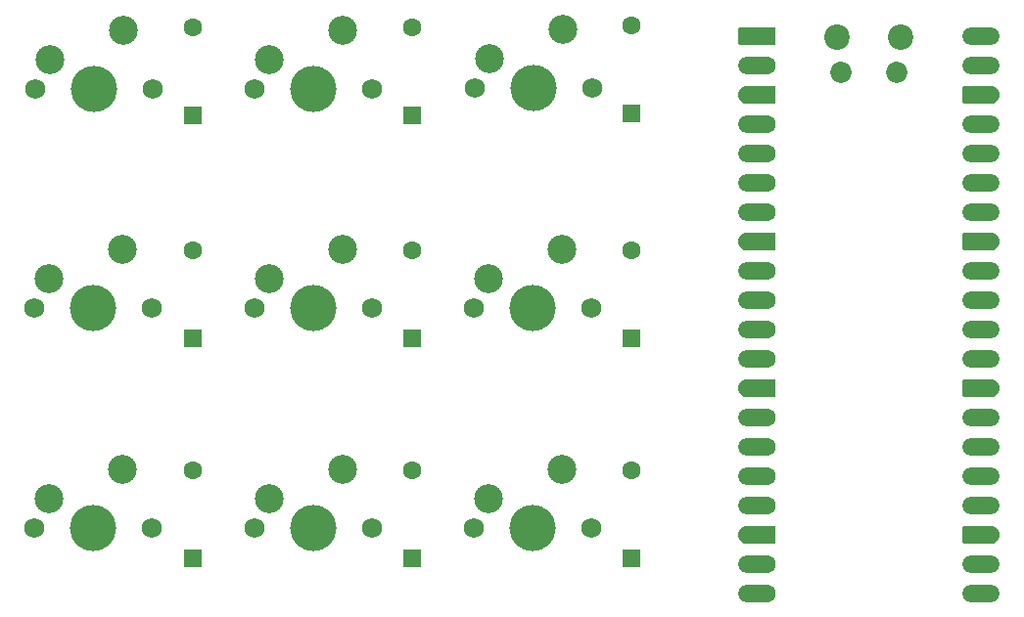
<source format=gbr>
%TF.GenerationSoftware,KiCad,Pcbnew,9.0.2*%
%TF.CreationDate,2025-05-16T17:45:02-05:00*%
%TF.ProjectId,main,6d61696e-2e6b-4696-9361-645f70636258,rev?*%
%TF.SameCoordinates,Original*%
%TF.FileFunction,Soldermask,Top*%
%TF.FilePolarity,Negative*%
%FSLAX46Y46*%
G04 Gerber Fmt 4.6, Leading zero omitted, Abs format (unit mm)*
G04 Created by KiCad (PCBNEW 9.0.2) date 2025-05-16 17:45:02*
%MOMM*%
%LPD*%
G01*
G04 APERTURE LIST*
G04 Aperture macros list*
%AMRoundRect*
0 Rectangle with rounded corners*
0 $1 Rounding radius*
0 $2 $3 $4 $5 $6 $7 $8 $9 X,Y pos of 4 corners*
0 Add a 4 corners polygon primitive as box body*
4,1,4,$2,$3,$4,$5,$6,$7,$8,$9,$2,$3,0*
0 Add four circle primitives for the rounded corners*
1,1,$1+$1,$2,$3*
1,1,$1+$1,$4,$5*
1,1,$1+$1,$6,$7*
1,1,$1+$1,$8,$9*
0 Add four rect primitives between the rounded corners*
20,1,$1+$1,$2,$3,$4,$5,0*
20,1,$1+$1,$4,$5,$6,$7,0*
20,1,$1+$1,$6,$7,$8,$9,0*
20,1,$1+$1,$8,$9,$2,$3,0*%
%AMFreePoly0*
4,1,37,0.800000,0.796148,0.878414,0.796148,1.032228,0.765552,1.177117,0.705537,1.307515,0.618408,1.418408,0.507515,1.505537,0.377117,1.565552,0.232228,1.596148,0.078414,1.596148,-0.078414,1.565552,-0.232228,1.505537,-0.377117,1.418408,-0.507515,1.307515,-0.618408,1.177117,-0.705537,1.032228,-0.765552,0.878414,-0.796148,0.800000,-0.796148,0.800000,-0.800000,-1.400000,-0.800000,
-1.403843,-0.796157,-1.439018,-0.796157,-1.511114,-0.766294,-1.566294,-0.711114,-1.596157,-0.639018,-1.596157,-0.603843,-1.600000,-0.600000,-1.600000,0.600000,-1.596157,0.603843,-1.596157,0.639018,-1.566294,0.711114,-1.511114,0.766294,-1.439018,0.796157,-1.403843,0.796157,-1.400000,0.800000,0.800000,0.800000,0.800000,0.796148,0.800000,0.796148,$1*%
%AMFreePoly1*
4,1,37,0.000000,0.796148,0.078414,0.796148,0.232228,0.765552,0.377117,0.705537,0.507515,0.618408,0.618408,0.507515,0.705537,0.377117,0.765552,0.232228,0.796148,0.078414,0.796148,-0.078414,0.765552,-0.232228,0.705537,-0.377117,0.618408,-0.507515,0.507515,-0.618408,0.377117,-0.705537,0.232228,-0.765552,0.078414,-0.796148,0.000000,-0.796148,0.000000,-0.800000,-0.600000,-0.800000,
-0.603843,-0.796157,-0.639018,-0.796157,-0.711114,-0.766294,-0.766294,-0.711114,-0.796157,-0.639018,-0.796157,-0.603843,-0.800000,-0.600000,-0.800000,0.600000,-0.796157,0.603843,-0.796157,0.639018,-0.766294,0.711114,-0.711114,0.766294,-0.639018,0.796157,-0.603843,0.796157,-0.600000,0.800000,0.000000,0.800000,0.000000,0.796148,0.000000,0.796148,$1*%
%AMFreePoly2*
4,1,37,0.603843,0.796157,0.639018,0.796157,0.711114,0.766294,0.766294,0.711114,0.796157,0.639018,0.796157,0.603843,0.800000,0.600000,0.800000,-0.600000,0.796157,-0.603843,0.796157,-0.639018,0.766294,-0.711114,0.711114,-0.766294,0.639018,-0.796157,0.603843,-0.796157,0.600000,-0.800000,0.000000,-0.800000,0.000000,-0.796148,-0.078414,-0.796148,-0.232228,-0.765552,-0.377117,-0.705537,
-0.507515,-0.618408,-0.618408,-0.507515,-0.705537,-0.377117,-0.765552,-0.232228,-0.796148,-0.078414,-0.796148,0.078414,-0.765552,0.232228,-0.705537,0.377117,-0.618408,0.507515,-0.507515,0.618408,-0.377117,0.705537,-0.232228,0.765552,-0.078414,0.796148,0.000000,0.796148,0.000000,0.800000,0.600000,0.800000,0.603843,0.796157,0.603843,0.796157,$1*%
%AMFreePoly3*
4,1,37,1.403843,0.796157,1.439018,0.796157,1.511114,0.766294,1.566294,0.711114,1.596157,0.639018,1.596157,0.603843,1.600000,0.600000,1.600000,-0.600000,1.596157,-0.603843,1.596157,-0.639018,1.566294,-0.711114,1.511114,-0.766294,1.439018,-0.796157,1.403843,-0.796157,1.400000,-0.800000,-0.800000,-0.800000,-0.800000,-0.796148,-0.878414,-0.796148,-1.032228,-0.765552,-1.177117,-0.705537,
-1.307515,-0.618408,-1.418408,-0.507515,-1.505537,-0.377117,-1.565552,-0.232228,-1.596148,-0.078414,-1.596148,0.078414,-1.565552,0.232228,-1.505537,0.377117,-1.418408,0.507515,-1.307515,0.618408,-1.177117,0.705537,-1.032228,0.765552,-0.878414,0.796148,-0.800000,0.796148,-0.800000,0.800000,1.400000,0.800000,1.403843,0.796157,1.403843,0.796157,$1*%
G04 Aperture macros list end*
%ADD10RoundRect,0.800000X-0.800000X-0.000010X0.800000X-0.000010X0.800000X0.000010X-0.800000X0.000010X0*%
%ADD11C,1.600000*%
%ADD12FreePoly0,0.000000*%
%ADD13FreePoly1,0.000000*%
%ADD14FreePoly2,0.000000*%
%ADD15FreePoly3,0.000000*%
%ADD16RoundRect,0.200000X-0.600000X-0.600000X0.600000X-0.600000X0.600000X0.600000X-0.600000X0.600000X0*%
%ADD17C,2.200000*%
%ADD18C,1.850000*%
%ADD19C,1.750000*%
%ADD20C,4.000000*%
%ADD21C,2.500000*%
%ADD22RoundRect,0.250000X0.550000X-0.550000X0.550000X0.550000X-0.550000X0.550000X-0.550000X-0.550000X0*%
G04 APERTURE END LIST*
D10*
%TO.C,A1*%
X198690000Y-60407500D03*
D11*
X197890000Y-60407500D03*
D10*
X198690000Y-62947500D03*
D11*
X197890000Y-62947500D03*
D12*
X198690000Y-65487500D03*
D13*
X197890000Y-65487500D03*
D10*
X198690000Y-68027500D03*
D11*
X197890000Y-68027500D03*
D10*
X198690000Y-70567500D03*
D11*
X197890000Y-70567500D03*
D10*
X198690000Y-73107500D03*
D11*
X197890000Y-73107500D03*
D10*
X198690000Y-75647500D03*
D11*
X197890000Y-75647500D03*
D12*
X198690000Y-78187500D03*
D13*
X197890000Y-78187500D03*
D10*
X198690000Y-80727500D03*
D11*
X197890000Y-80727500D03*
D10*
X198690000Y-83267500D03*
D11*
X197890000Y-83267500D03*
D10*
X198690000Y-85807500D03*
D11*
X197890000Y-85807500D03*
D10*
X198690000Y-88347500D03*
D11*
X197890000Y-88347500D03*
D12*
X198690000Y-90887500D03*
D13*
X197890000Y-90887500D03*
D10*
X198690000Y-93427500D03*
D11*
X197890000Y-93427500D03*
D10*
X198690000Y-95967500D03*
D11*
X197890000Y-95967500D03*
D10*
X198690000Y-98507500D03*
D11*
X197890000Y-98507500D03*
D10*
X198690000Y-101047500D03*
D11*
X197890000Y-101047500D03*
D12*
X198690000Y-103587500D03*
D13*
X197890000Y-103587500D03*
D10*
X198690000Y-106127500D03*
D11*
X197890000Y-106127500D03*
D10*
X198690000Y-108667500D03*
D11*
X197890000Y-108667500D03*
X180110000Y-108667500D03*
D10*
X179310000Y-108667500D03*
D11*
X180110000Y-106127500D03*
D10*
X179310000Y-106127500D03*
D14*
X180110000Y-103587500D03*
D15*
X179310000Y-103587500D03*
D11*
X180110000Y-101047500D03*
D10*
X179310000Y-101047500D03*
D11*
X180110000Y-98507500D03*
D10*
X179310000Y-98507500D03*
D11*
X180110000Y-95967500D03*
D10*
X179310000Y-95967500D03*
D11*
X180110000Y-93427500D03*
D10*
X179310000Y-93427500D03*
D14*
X180110000Y-90887500D03*
D15*
X179310000Y-90887500D03*
D11*
X180110000Y-88347500D03*
D10*
X179310000Y-88347500D03*
D11*
X180110000Y-85807500D03*
D10*
X179310000Y-85807500D03*
D11*
X180110000Y-83267500D03*
D10*
X179310000Y-83267500D03*
D11*
X180110000Y-80727500D03*
D10*
X179310000Y-80727500D03*
D14*
X180110000Y-78187500D03*
D15*
X179310000Y-78187500D03*
D11*
X180110000Y-75647500D03*
D10*
X179310000Y-75647500D03*
D11*
X180110000Y-73107500D03*
D10*
X179310000Y-73107500D03*
D11*
X180110000Y-70567500D03*
D10*
X179310000Y-70567500D03*
D11*
X180110000Y-68027500D03*
D10*
X179310000Y-68027500D03*
D14*
X180110000Y-65487500D03*
D15*
X179310000Y-65487500D03*
D11*
X180110000Y-62947500D03*
D10*
X179310000Y-62947500D03*
D16*
X180110000Y-60407500D03*
D12*
X179310000Y-60407500D03*
D17*
X191725000Y-60537500D03*
D18*
X191425000Y-63567500D03*
X186575000Y-63567500D03*
D17*
X186275000Y-60537500D03*
%TD*%
D19*
%TO.C,SW9*%
X165000000Y-103000000D03*
X154840000Y-103000000D03*
D20*
X159920000Y-103000000D03*
D21*
X162460000Y-97920000D03*
X156110000Y-100460000D03*
%TD*%
D19*
%TO.C,SW8*%
X165000000Y-84000000D03*
X154840000Y-84000000D03*
D20*
X159920000Y-84000000D03*
D21*
X162460000Y-78920000D03*
X156110000Y-81460000D03*
%TD*%
D19*
%TO.C,SW7*%
X165040000Y-64900000D03*
X154880000Y-64900000D03*
D20*
X159960000Y-64900000D03*
D21*
X162500000Y-59820000D03*
X156150000Y-62360000D03*
%TD*%
D19*
%TO.C,SW6*%
X146000000Y-103000000D03*
X135840000Y-103000000D03*
D20*
X140920000Y-103000000D03*
D21*
X143460000Y-97920000D03*
X137110000Y-100460000D03*
%TD*%
D19*
%TO.C,SW5*%
X146000000Y-84000000D03*
X135840000Y-84000000D03*
D20*
X140920000Y-84000000D03*
D21*
X143460000Y-78920000D03*
X137110000Y-81460000D03*
%TD*%
D19*
%TO.C,SW4*%
X146000000Y-65000000D03*
X135840000Y-65000000D03*
D20*
X140920000Y-65000000D03*
D21*
X143460000Y-59920000D03*
X137110000Y-62460000D03*
%TD*%
D19*
%TO.C,SW3*%
X127000000Y-103000000D03*
X116840000Y-103000000D03*
D20*
X121920000Y-103000000D03*
D21*
X124460000Y-97920000D03*
X118110000Y-100460000D03*
%TD*%
D19*
%TO.C,SW2*%
X127000000Y-84000000D03*
X116840000Y-84000000D03*
D20*
X121920000Y-84000000D03*
D21*
X124460000Y-78920000D03*
X118110000Y-81460000D03*
%TD*%
D19*
%TO.C,SW1*%
X127080000Y-65000000D03*
X116920000Y-65000000D03*
D20*
X122000000Y-65000000D03*
D21*
X124540000Y-59920000D03*
X118190000Y-62460000D03*
%TD*%
D22*
%TO.C,D7*%
X168500000Y-67120000D03*
D11*
X168500000Y-59500000D03*
%TD*%
D22*
%TO.C,D4*%
X149500000Y-67310000D03*
D11*
X149500000Y-59690000D03*
%TD*%
D22*
%TO.C,D1*%
X130500000Y-67310000D03*
D11*
X130500000Y-59690000D03*
%TD*%
%TO.C,D2*%
X130500000Y-79000000D03*
D22*
X130500000Y-86620000D03*
%TD*%
D11*
%TO.C,D5*%
X149500000Y-79000000D03*
D22*
X149500000Y-86620000D03*
%TD*%
D11*
%TO.C,D9*%
X168500000Y-98000000D03*
D22*
X168500000Y-105620000D03*
%TD*%
D11*
%TO.C,D3*%
X130500000Y-98000000D03*
D22*
X130500000Y-105620000D03*
%TD*%
D11*
%TO.C,D6*%
X149500000Y-98000000D03*
D22*
X149500000Y-105620000D03*
%TD*%
D11*
%TO.C,D8*%
X168500000Y-79000000D03*
D22*
X168500000Y-86620000D03*
%TD*%
M02*

</source>
